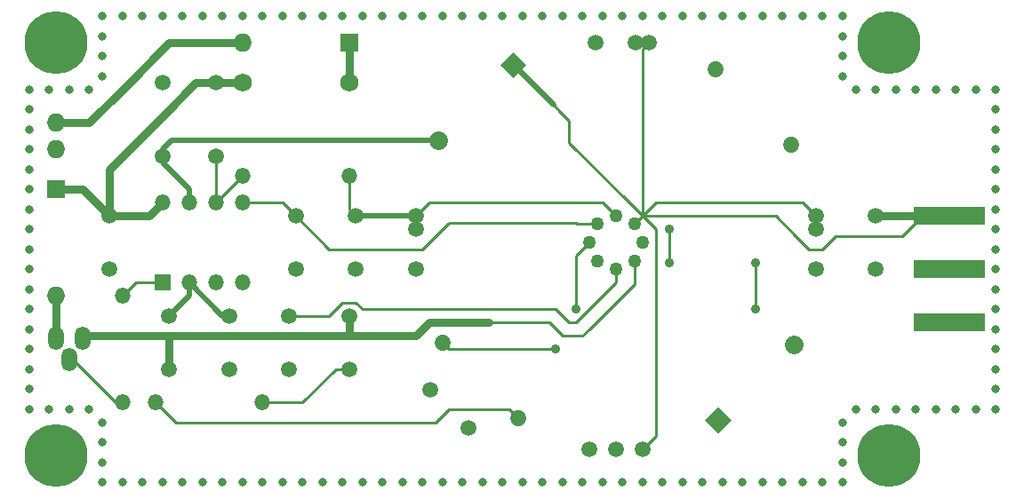
<source format=gbr>
G04 (created by PCBNEW (22-Jun-2014 BZR 4027)-stable) date Wed 13 Dec 2017 11:48:00 PM CST*
%MOIN*%
G04 Gerber Fmt 3.4, Leading zero omitted, Abs format*
%FSLAX34Y34*%
G01*
G70*
G90*
G04 APERTURE LIST*
%ADD10C,0.00590551*%
%ADD11O,0.059X0.0885*%
%ADD12O,0.059X0.059*%
%ADD13C,0.059*%
%ADD14R,0.069X0.069*%
%ADD15O,0.069X0.069*%
%ADD16C,0.069*%
%ADD17C,0.059*%
%ADD18C,0.05*%
%ADD19R,0.059X0.059*%
%ADD20R,0.269X0.069*%
%ADD21C,0.23622*%
%ADD22O,0.032X0.032*%
%ADD23C,0.069*%
%ADD24C,0.035*%
%ADD25C,0.03*%
%ADD26C,0.01*%
%ADD27C,0.02*%
G04 APERTURE END LIST*
G54D10*
G54D11*
X81500Y-55602D03*
X81000Y-56397D03*
X80500Y-55602D03*
G54D12*
X83000Y-54000D03*
X83000Y-58000D03*
X88250Y-58000D03*
X84250Y-58000D03*
G54D13*
X95000Y-55750D02*
X95000Y-55750D01*
X97828Y-58578D02*
X97828Y-58578D01*
X105250Y-45500D02*
X105250Y-45500D01*
X108078Y-48328D02*
X108078Y-48328D01*
G54D12*
X87500Y-49500D03*
X91500Y-49500D03*
G54D14*
X80500Y-50000D03*
G54D15*
X80500Y-54000D03*
G54D10*
G36*
X105335Y-58176D02*
X105823Y-58664D01*
X105335Y-59152D01*
X104847Y-58664D01*
X105335Y-58176D01*
X105335Y-58176D01*
G37*
G54D16*
X108164Y-55835D02*
X108164Y-55835D01*
G54D10*
G36*
X97664Y-45823D02*
X97176Y-45335D01*
X97664Y-44847D01*
X98152Y-45335D01*
X97664Y-45823D01*
X97664Y-45823D01*
G37*
G54D16*
X94835Y-48164D02*
X94835Y-48164D01*
G54D14*
X91500Y-44500D03*
G54D15*
X87500Y-44500D03*
G54D17*
X87000Y-54750D03*
X87000Y-56750D03*
X91500Y-56750D03*
X91500Y-54750D03*
X82500Y-51000D03*
X82500Y-53000D03*
X111250Y-51000D03*
X111250Y-53000D03*
X84750Y-56750D03*
X84750Y-54750D03*
X84500Y-48750D03*
X86500Y-48750D03*
X95957Y-58957D03*
X94542Y-57542D03*
X89500Y-51000D03*
X89500Y-53000D03*
X91750Y-51000D03*
X91750Y-53000D03*
X89250Y-54750D03*
X89250Y-56750D03*
G54D18*
X101500Y-51000D03*
X102500Y-52000D03*
X102200Y-52700D03*
X102200Y-51300D03*
X101500Y-53000D03*
X100800Y-52700D03*
X100500Y-52000D03*
X100800Y-51300D03*
G54D19*
X84500Y-53500D03*
G54D12*
X85500Y-53500D03*
X86500Y-53500D03*
X87500Y-53500D03*
X87500Y-50500D03*
X86500Y-50500D03*
X84500Y-50500D03*
X85500Y-50500D03*
G54D20*
X114000Y-51000D03*
X114000Y-53000D03*
G54D15*
X80500Y-47500D03*
X80500Y-48500D03*
G54D21*
X80500Y-44500D03*
X111750Y-44500D03*
X111750Y-60000D03*
X80500Y-60000D03*
G54D22*
X100250Y-43500D03*
X101750Y-61000D03*
X79500Y-50000D03*
X80250Y-46250D03*
X81000Y-46250D03*
X79500Y-46250D03*
X82250Y-43500D03*
X82250Y-44250D03*
X82250Y-45000D03*
X81750Y-46250D03*
X82250Y-45750D03*
X110000Y-43500D03*
X110000Y-44250D03*
X110000Y-45000D03*
X110000Y-45750D03*
X111250Y-46250D03*
X110500Y-46250D03*
X115750Y-46250D03*
X115000Y-46250D03*
X114250Y-46250D03*
X113500Y-46250D03*
X112750Y-46250D03*
X112000Y-46250D03*
X115750Y-58250D03*
X115000Y-58250D03*
X114250Y-58250D03*
X113500Y-58250D03*
X112750Y-58250D03*
X112000Y-58250D03*
X111250Y-58250D03*
X110000Y-61000D03*
X110000Y-60250D03*
X110000Y-59500D03*
X110000Y-58750D03*
X110500Y-58250D03*
X79500Y-58250D03*
X80250Y-58250D03*
X81000Y-58250D03*
X81750Y-58250D03*
X82250Y-61000D03*
X82250Y-60250D03*
X82250Y-59500D03*
X82250Y-58750D03*
X79500Y-57500D03*
X79500Y-56750D03*
X79500Y-56000D03*
X79500Y-55250D03*
X79500Y-54500D03*
X79500Y-53750D03*
X79500Y-47000D03*
X79500Y-47750D03*
X79500Y-48500D03*
X79500Y-49250D03*
X79500Y-50750D03*
X79500Y-51500D03*
X79500Y-53000D03*
X79500Y-52250D03*
X115750Y-47000D03*
X115750Y-47750D03*
X115750Y-48500D03*
X115750Y-49250D03*
X115750Y-50000D03*
X115750Y-50750D03*
X115750Y-51500D03*
X115750Y-52250D03*
X115750Y-53000D03*
X115750Y-53750D03*
X115750Y-54500D03*
X115750Y-55250D03*
X115750Y-56000D03*
X115750Y-56750D03*
X115750Y-57500D03*
X109250Y-43500D03*
X108500Y-43500D03*
X107750Y-43500D03*
X107000Y-43500D03*
X106250Y-43500D03*
X105500Y-43500D03*
X104750Y-43500D03*
X104000Y-43500D03*
X103250Y-43500D03*
X102500Y-43500D03*
X101750Y-43500D03*
X101000Y-43500D03*
X99500Y-43500D03*
X98750Y-43500D03*
X98000Y-43500D03*
X97250Y-43500D03*
X96500Y-43500D03*
X95750Y-43500D03*
X95000Y-43500D03*
X94250Y-43500D03*
X93500Y-43500D03*
X92750Y-43500D03*
X92000Y-43500D03*
X91250Y-43500D03*
X90500Y-43500D03*
X89750Y-43500D03*
X89000Y-43500D03*
X88250Y-43500D03*
X87500Y-43500D03*
X86750Y-43500D03*
X86000Y-43500D03*
X85250Y-43500D03*
X84500Y-43500D03*
X83750Y-43500D03*
X83000Y-43500D03*
X83750Y-61000D03*
X83000Y-61000D03*
X84500Y-61000D03*
X85250Y-61000D03*
X86000Y-61000D03*
X86750Y-61000D03*
X87500Y-61000D03*
X88250Y-61000D03*
X89000Y-61000D03*
X89750Y-61000D03*
X90500Y-61000D03*
X91250Y-61000D03*
X92000Y-61000D03*
X92750Y-61000D03*
X93500Y-61000D03*
X94250Y-61000D03*
X95000Y-61000D03*
X95750Y-61000D03*
X96500Y-61000D03*
X97250Y-61000D03*
X98000Y-61000D03*
X98750Y-61000D03*
X99500Y-61000D03*
X100250Y-61000D03*
X101000Y-61000D03*
X102500Y-61000D03*
X103250Y-61000D03*
X104000Y-61000D03*
X104750Y-61000D03*
X105500Y-61000D03*
X106250Y-61000D03*
X107000Y-61000D03*
X107750Y-61000D03*
X108500Y-61000D03*
G54D20*
X114000Y-55000D03*
G54D22*
X109250Y-61000D03*
G54D23*
X87500Y-46000D03*
X91500Y-46000D03*
G54D17*
X86500Y-46000D03*
X84500Y-46000D03*
X102500Y-59750D03*
X100500Y-59750D03*
X101500Y-59750D03*
X102750Y-44500D03*
X100750Y-44500D03*
X102250Y-44500D03*
X109000Y-51000D03*
X109000Y-53000D03*
X109000Y-51500D03*
X94000Y-51000D03*
X94000Y-53000D03*
X94000Y-51500D03*
G54D24*
X103500Y-51500D03*
X103500Y-52750D03*
X99250Y-56000D03*
X100000Y-54500D03*
X106750Y-52750D03*
X106750Y-54500D03*
G54D25*
X86500Y-46000D02*
X87500Y-46000D01*
X86500Y-46000D02*
X86000Y-46000D01*
X85750Y-46000D02*
X84500Y-47250D01*
X82500Y-49250D02*
X82500Y-51000D01*
X84500Y-47250D02*
X82500Y-49250D01*
X86000Y-46000D02*
X85750Y-46000D01*
X82500Y-51000D02*
X84000Y-51000D01*
X84000Y-51000D02*
X84500Y-50500D01*
X80500Y-50000D02*
X81500Y-50000D01*
X81500Y-50000D02*
X82500Y-51000D01*
G54D26*
X99750Y-55500D02*
X99500Y-55500D01*
X102200Y-52700D02*
X102200Y-53300D01*
G54D25*
X94000Y-55500D02*
X91500Y-55500D01*
X94000Y-55500D02*
X94250Y-55250D01*
G54D26*
X100500Y-55250D02*
X102200Y-53550D01*
X102200Y-53550D02*
X102200Y-53300D01*
G54D25*
X94500Y-55000D02*
X95500Y-55000D01*
X95500Y-55000D02*
X96750Y-55000D01*
G54D26*
X96750Y-55000D02*
X97500Y-55000D01*
X97500Y-55000D02*
X99000Y-55000D01*
X99000Y-55000D02*
X99500Y-55500D01*
X99750Y-55500D02*
X100250Y-55500D01*
X100250Y-55500D02*
X100500Y-55250D01*
G54D25*
X94250Y-55250D02*
X94500Y-55000D01*
G54D26*
X103500Y-51500D02*
X103500Y-52750D01*
G54D25*
X84750Y-56750D02*
X84750Y-55500D01*
X91500Y-54750D02*
X91500Y-55500D01*
X81500Y-55750D02*
X81750Y-55500D01*
X81750Y-55500D02*
X84750Y-55500D01*
X84750Y-55500D02*
X91500Y-55500D01*
G54D26*
X99250Y-56000D02*
X95250Y-56000D01*
X95250Y-56000D02*
X95000Y-55750D01*
X100500Y-52000D02*
X100000Y-52500D01*
X100000Y-52500D02*
X100000Y-54500D01*
G54D25*
X80500Y-54000D02*
X80500Y-55750D01*
G54D26*
X106750Y-52750D02*
X106750Y-54500D01*
X83000Y-58000D02*
X82750Y-58000D01*
X82750Y-58000D02*
X81000Y-56250D01*
X84500Y-53500D02*
X83500Y-53500D01*
X83500Y-53500D02*
X83000Y-54000D01*
X97500Y-58250D02*
X95250Y-58250D01*
X84250Y-58000D02*
X85000Y-58750D01*
X85000Y-58750D02*
X94750Y-58750D01*
X94750Y-58750D02*
X95250Y-58250D01*
X97500Y-58250D02*
X97828Y-58578D01*
G54D27*
X85500Y-53500D02*
X86750Y-54750D01*
X86750Y-54750D02*
X87000Y-54750D01*
X85500Y-53500D02*
X85500Y-54000D01*
X85500Y-54000D02*
X84750Y-54750D01*
X84500Y-48750D02*
X84500Y-48500D01*
X84835Y-48164D02*
X94835Y-48164D01*
X84500Y-48500D02*
X84835Y-48164D01*
X85500Y-50500D02*
X85500Y-50000D01*
X85500Y-50000D02*
X84500Y-49000D01*
X84500Y-49000D02*
X84500Y-48750D01*
X91750Y-51000D02*
X94000Y-51000D01*
G54D26*
X91500Y-49500D02*
X91500Y-50750D01*
X91500Y-50750D02*
X91750Y-51000D01*
X94000Y-51000D02*
X94000Y-51500D01*
X101500Y-51000D02*
X101000Y-50500D01*
X101000Y-50500D02*
X94500Y-50500D01*
X94500Y-50500D02*
X94000Y-51000D01*
X88250Y-58000D02*
X89750Y-58000D01*
X91000Y-56750D02*
X91500Y-56750D01*
X89750Y-58000D02*
X91000Y-56750D01*
X86500Y-50500D02*
X86500Y-48750D01*
X86500Y-50500D02*
X87500Y-49500D01*
G54D25*
X83000Y-46250D02*
X84750Y-44500D01*
X80500Y-47500D02*
X81750Y-47500D01*
X81750Y-47500D02*
X83000Y-46250D01*
X84750Y-44500D02*
X87500Y-44500D01*
G54D26*
X94250Y-54500D02*
X92000Y-54500D01*
X91750Y-54250D02*
X91250Y-54250D01*
X91750Y-54250D02*
X92000Y-54500D01*
X90750Y-54750D02*
X89250Y-54750D01*
X90750Y-54750D02*
X91250Y-54250D01*
X101500Y-53500D02*
X100000Y-55000D01*
X100000Y-55000D02*
X99750Y-55000D01*
X101500Y-53000D02*
X101500Y-53500D01*
X99750Y-55000D02*
X99250Y-54500D01*
X94250Y-54500D02*
X95500Y-54500D01*
X95500Y-54500D02*
X99250Y-54500D01*
X95250Y-51250D02*
X100000Y-51250D01*
X95250Y-51300D02*
X95250Y-51250D01*
X100000Y-51250D02*
X100050Y-51300D01*
X87500Y-50500D02*
X89000Y-50500D01*
X89000Y-50500D02*
X89500Y-51000D01*
X100800Y-51300D02*
X100050Y-51300D01*
X95250Y-51300D02*
X95200Y-51300D01*
X90750Y-52250D02*
X89500Y-51000D01*
X94250Y-52250D02*
X90750Y-52250D01*
X95200Y-51300D02*
X94250Y-52250D01*
G54D25*
X91500Y-46000D02*
X91500Y-44500D01*
G54D26*
X109000Y-51500D02*
X109000Y-51000D01*
X102250Y-44500D02*
X102750Y-44500D01*
X109000Y-51000D02*
X108500Y-50500D01*
X103000Y-50500D02*
X102500Y-51000D01*
X103000Y-50500D02*
X108500Y-50500D01*
X102500Y-50250D02*
X102500Y-44750D01*
X102500Y-51000D02*
X102500Y-50250D01*
X102500Y-44750D02*
X102750Y-44500D01*
G54D25*
X111250Y-51000D02*
X113000Y-51000D01*
G54D26*
X111250Y-51750D02*
X112250Y-51750D01*
X109750Y-51750D02*
X109250Y-52250D01*
X109250Y-52250D02*
X108750Y-52250D01*
X108750Y-52250D02*
X108250Y-51750D01*
X108250Y-51750D02*
X107500Y-51000D01*
X107500Y-51000D02*
X107000Y-51000D01*
X105250Y-51000D02*
X106750Y-51000D01*
X106750Y-51000D02*
X107000Y-51000D01*
X103250Y-51000D02*
X105250Y-51000D01*
X102500Y-51000D02*
X103250Y-51000D01*
X111250Y-51750D02*
X109750Y-51750D01*
X112250Y-51750D02*
X113000Y-51000D01*
X99414Y-47085D02*
X99750Y-47421D01*
X99750Y-47421D02*
X99750Y-47500D01*
X102000Y-50500D02*
X99750Y-48250D01*
X102500Y-51000D02*
X102000Y-50500D01*
X99750Y-47750D02*
X99750Y-47500D01*
X99750Y-48250D02*
X99750Y-47750D01*
X99750Y-47500D02*
X99750Y-47421D01*
X99414Y-47085D02*
X99164Y-46835D01*
G54D27*
X99164Y-46835D02*
X97664Y-45335D01*
G54D26*
X103000Y-51500D02*
X103000Y-59250D01*
X103000Y-59250D02*
X102500Y-59750D01*
X102500Y-51000D02*
X103000Y-51500D01*
X102500Y-51000D02*
X102200Y-51300D01*
M02*

</source>
